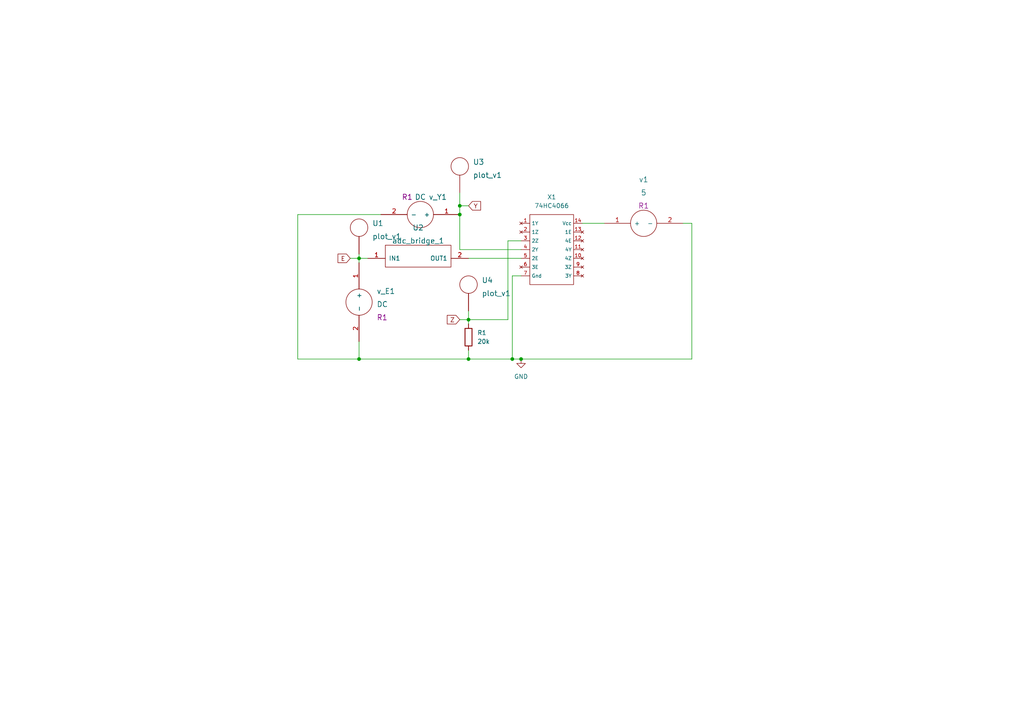
<source format=kicad_sch>
(kicad_sch (version 20211123) (generator eeschema)
  (paper "A4")
  (lib_symbols
    (symbol "DC_1" (pin_names (offset 1.016))
      (property "Reference" "v_E1" (at 5.08 3.175 0))
      (property "Value" "DC_1" (at 5.08 -0.635 0))
      (property "Footprint" "R1" (at 5.08 -4.445 0))
      (symbol "DC_1_0_1"
        (circle (center 0 0) (radius 3.81))
      )
      (symbol "DC_1_1_1"
        (pin power_out line (at 0 11.43 270) (length 7.62) (name "+") (number "1"))
        (pin power_in line (at 0 -11.43 90) (length 7.62) (name "-") (number "2"))
      )
    )
    (symbol "DC_2" (pin_names (offset 1.016))
      (property "Reference" "v_Y1" (at 0 12.7 90))
      (property "Value" "DC_2" (at 0 8.89 90))
      (property "Footprint" "R1" (at 0 5.08 90))
      (symbol "DC_2_0_1"
        (circle (center 0 0) (radius 3.81))
      )
      (symbol "DC_2_1_1"
        (pin power_out line (at 0 11.43 270) (length 7.62) (name "+") (number "1"))
        (pin power_in line (at 0 -11.43 90) (length 7.62) (name "-") (number "2"))
      )
    )
    (symbol "eSim_Devices:resistor" (pin_numbers hide) (pin_names (offset 0))
      (property "Reference" "R" (at 1.27 3.302 0))
      (property "Value" "resistor" (at 1.27 -1.27 0))
      (symbol "resistor_0_1"
        (rectangle (start 3.81 0.254) (end -1.27 2.286) (stroke (width 0.254)))
      )
      (symbol "resistor_1_1"
        (pin passive line (at -2.54 1.27 0) (length 1.27) (name "~") (number "1"))
        (pin passive line (at 5.08 1.27 180) (length 1.27) (name "~") (number "2"))
      )
    )
    (symbol "eSim_Hybrid:adc_bridge_1" (pin_names (offset 1.016))
      (property "Reference" "U" (at 0 0 0))
      (property "Value" "adc_bridge_1" (at 0 3.81 0))
      (symbol "adc_bridge_1_0_1"
        (rectangle (start -10.16 5.08) (end 8.89 -1.27))
      )
      (symbol "adc_bridge_1_1_1"
        (pin input line (at -15.24 1.27 0) (length 5.08) (name "IN1") (number "1"))
        (pin output line (at 13.97 1.27 180) (length 5.08) (name "OUT1") (number "2"))
      )
    )
    (symbol "eSim_Plot:plot_v1" (pin_names (offset 1.016))
      (property "Reference" "U" (at 0 12.7 0))
      (property "Value" "plot_v1" (at 5.08 8.89 0))
      (symbol "plot_v1_0_1"
        (circle (center 0 12.7) (radius 2.54))
      )
      (symbol "plot_v1_1_1"
        (pin input line (at 0 5.08 90) (length 5.08) (name "~") (number "~"))
      )
    )
    (symbol "eSim_Power:eSim_GND" (power) (pin_names (offset 0))
      (property "Value" "eSim_GND" (at 0 -3.81 0))
      (symbol "eSim_GND_0_1"
        (polyline (pts (xy 0 0) (xy 0 -1.27) (xy 1.27 -1.27) (xy 0 -2.54) (xy -1.27 -1.27) (xy 0 -1.27)))
      )
      (symbol "eSim_GND_1_1"
        (pin power_in line (at 0 0 270) (length 0) hide (name "GND") (number "1"))
      )
    )
    (symbol "eSim_Sources:DC" (pin_names (offset 1.016))
      (property "Reference" "v" (at -5.08 2.54 0))
      (property "Value" "DC" (at -5.08 -1.27 0))
      (property "Footprint" "R1" (at -7.62 0 0))
      (symbol "DC_0_1"
        (circle (center 0 0) (radius 3.81))
      )
      (symbol "DC_1_1"
        (pin power_out line (at 0 11.43 270) (length 7.62) (name "+") (number "1"))
        (pin power_out line (at 0 -11.43 90) (length 7.62) (name "-") (number "2"))
      )
    )
    (symbol "eSim_Subckt:74HC4066"
      (property "Reference" "X?" (at 0 15.24 0))
      (property "Value" "74HC4066" (at 0 12.7 0))
      (symbol "74HC4066_0_1"
        (rectangle (start -6.35 10.16) (end 6.35 -10.16))
      )
      (symbol "74HC4066_1_1"
        (pin no_connect line (at -8.89 7.62 0) (length 2.54) (name "1Y") (number "1"))
        (pin no_connect line (at 8.89 -2.54 180) (length 2.54) (name "4Z") (number "10"))
        (pin no_connect line (at 8.89 0 180) (length 2.54) (name "4Y") (number "11"))
        (pin no_connect line (at 8.89 2.54 180) (length 2.54) (name "4E") (number "12"))
        (pin no_connect line (at 8.89 5.08 180) (length 2.54) (name "1E") (number "13"))
        (pin power_in line (at 8.89 7.62 180) (length 2.54) (name "Vcc") (number "14"))
        (pin no_connect line (at -8.89 5.08 0) (length 2.54) (name "1Z") (number "2"))
        (pin bidirectional line (at -8.89 2.54 0) (length 2.54) (name "2Z") (number "3"))
        (pin bidirectional line (at -8.89 0 0) (length 2.54) (name "2Y") (number "4"))
        (pin input line (at -8.89 -2.54 0) (length 2.54) (name "2E") (number "5"))
        (pin no_connect line (at -8.89 -5.08 0) (length 2.54) (name "3E") (number "6"))
        (pin power_in line (at -8.89 -7.62 0) (length 2.54) (name "Gnd") (number "7"))
        (pin no_connect line (at 8.89 -7.62 180) (length 2.54) (name "3Y") (number "8"))
        (pin no_connect line (at 8.89 -5.08 180) (length 2.54) (name "3Z") (number "9"))
      )
    )
  )
  (junction (at 135.89 92.71))
  (junction (at 151.13 104.14))
  (junction (at 148.59 104.14))
  (junction (at 133.35 62.23))
  (junction (at 104.14 104.14))
  (junction (at 104.14 74.93))
  (junction (at 135.89 104.14))
  (junction (at 133.35 59.69))
  (wire (pts (xy 133.35 55.88) (xy 133.35 59.69)))
  (wire (pts (xy 200.66 104.14) (xy 151.13 104.14)))
  (wire (pts (xy 135.89 101.6) (xy 135.89 104.14)))
  (wire (pts (xy 168.91 64.77) (xy 175.26 64.77)))
  (wire (pts (xy 151.13 104.14) (xy 148.59 104.14)))
  (wire (pts (xy 151.13 80.01) (xy 148.59 80.01)))
  (wire (pts (xy 148.59 104.14) (xy 135.89 104.14)))
  (wire (pts (xy 133.35 72.39) (xy 151.13 72.39)))
  (wire (pts (xy 133.35 59.69) (xy 133.35 62.23)))
  (wire (pts (xy 135.89 92.71) (xy 135.89 93.98)))
  (wire (pts (xy 104.14 76.2) (xy 104.14 74.93)))
  (wire (pts (xy 101.6 74.93) (xy 104.14 74.93)))
  (wire (pts (xy 104.14 99.06) (xy 104.14 104.14)))
  (wire (pts (xy 198.12 64.77) (xy 200.66 64.77)))
  (wire (pts (xy 104.14 73.66) (xy 104.14 74.93)))
  (wire (pts (xy 133.35 62.23) (xy 133.35 72.39)))
  (wire (pts (xy 148.59 80.01) (xy 148.59 104.14)))
  (wire (pts (xy 135.89 104.14) (xy 104.14 104.14)))
  (wire (pts (xy 151.13 69.85) (xy 147.32 69.85)))
  (wire (pts (xy 133.35 59.69) (xy 135.89 59.69)))
  (wire (pts (xy 147.32 92.71) (xy 135.89 92.71)))
  (wire (pts (xy 104.14 104.14) (xy 86.36 104.14)))
  (wire (pts (xy 200.66 64.77) (xy 200.66 104.14)))
  (wire (pts (xy 135.89 74.93) (xy 151.13 74.93)))
  (wire (pts (xy 147.32 69.85) (xy 147.32 92.71)))
  (wire (pts (xy 86.36 104.14) (xy 86.36 62.23)))
  (wire (pts (xy 86.36 62.23) (xy 110.49 62.23)))
  (wire (pts (xy 133.35 92.71) (xy 135.89 92.71)))
  (wire (pts (xy 104.14 74.93) (xy 106.68 74.93)))
  (wire (pts (xy 135.89 92.71) (xy 135.89 90.17)))
  (global_label "E" (shape input) (at 101.6 74.93 180) (property "Intersheet References" "${INTERSHEET_REFS}" (effects hide)))
  (global_label "Z" (shape input) (at 133.35 92.71 180) (property "Intersheet References" "${INTERSHEET_REFS}" (effects hide)))
  (global_label "Y" (shape input) (at 135.89 59.69 0) (property "Intersheet References" "${INTERSHEET_REFS}" (effects hide)))
  (symbol (lib_id "eSim_Plot:plot_v1") (at 135.89 95.25 0) (unit 1)
    (property "Reference" "U4" (at 139.7 81.28 0) (effects (font (size 1.524 1.524)) (justify left)))
    (property "Value" "plot_v1" (at 139.7 85.09 0) (effects (font (size 1.524 1.524)) (justify left)))
  )
  (symbol (lib_id "eSim_Plot:plot_v1") (at 133.35 60.96 0) (unit 1)
    (property "Reference" "U3" (at 137.16 46.99 0) (effects (font (size 1.524 1.524)) (justify left)))
    (property "Value" "plot_v1" (at 137.16 50.8 0) (effects (font (size 1.524 1.524)) (justify left)))
  )
  (symbol (lib_id "eSim_Devices:resistor") (at 137.16 99.06 90) (unit 1)
    (property "Reference" "R1" (at 138.43 96.5199 90) (effects (justify right)))
    (property "Value" "20k" (at 138.43 99.0599 90) (effects (justify right)))
  )
  (symbol (lib_name "DC_1") (lib_id "eSim_Sources:DC") (at 104.14 87.63 0) (unit 1)
    (property "Reference" "v_E1" (at 109.22 84.455 0) (effects (font (size 1.524 1.524)) (justify left)))
    (property "Value" "DC" (at 109.22 88.265 0) (effects (font (size 1.524 1.524)) (justify left)))
    (property "Footprint" "R1" (at 109.22 92.075 0) (effects (font (size 1.524 1.524)) (justify left)))
  )
  (symbol (lib_id "eSim_Power:eSim_GND") (at 151.13 104.14 0) (unit 1)
    (property "Reference" "#PWR01" (effects hide))
    (property "Value" "eSim_GND" (at 151.13 109.22 0))
  )
  (symbol (lib_id "eSim_Hybrid:adc_bridge_1") (at 121.92 76.2 0) (unit 1)
    (property "Reference" "U2" (at 121.285 66.04 0) (effects (font (size 1.524 1.524))))
    (property "Value" "adc_bridge_1" (at 121.285 69.85 0) (effects (font (size 1.524 1.524))))
  )
  (symbol (lib_id "eSim_Sources:DC") (at 186.69 64.77 90) (unit 1)
    (property "Reference" "v1" (at 186.69 52.07 90) (effects (font (size 1.524 1.524))))
    (property "Value" "5" (at 186.69 55.88 90) (effects (font (size 1.524 1.524))))
    (property "Footprint" "R1" (at 186.69 59.69 90) (effects (font (size 1.524 1.524))))
  )
  (symbol (lib_name "DC_2") (lib_id "eSim_Sources:DC") (at 121.92 62.23 270) (unit 1)
    (property "Reference" "v_Y1" (at 127 57.15 90) (effects (font (size 1.524 1.524))))
    (property "Value" "DC" (at 121.92 57.15 90) (effects (font (size 1.524 1.524))))
    (property "Footprint" "R1" (at 118.11 57.15 90) (effects (font (size 1.524 1.524))))
  )
  (symbol (lib_id "eSim_Subckt:74HC4066") (at 160.02 72.39 0) (unit 1)
    (property "Reference" "X1" (at 160.02 57.15 0))
    (property "Value" "74HC4066" (at 160.02 59.69 0))
  )
  (symbol (lib_id "eSim_Plot:plot_v1") (at 104.14 78.74 0) (unit 1)
    (property "Reference" "U1" (at 107.95 64.77 0) (effects (font (size 1.524 1.524)) (justify left)))
    (property "Value" "plot_v1" (at 107.95 68.58 0) (effects (font (size 1.524 1.524)) (justify left)))
  )
)
</source>
